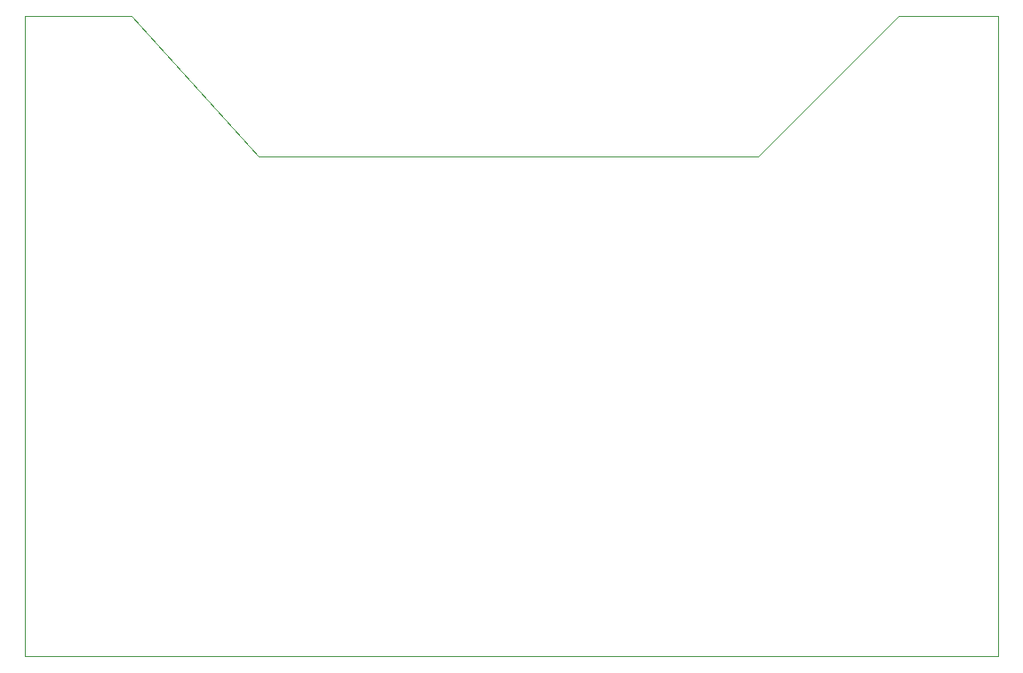
<source format=gm1>
G04 #@! TF.GenerationSoftware,KiCad,Pcbnew,(7.0.0)*
G04 #@! TF.CreationDate,2023-03-29T15:11:30-05:00*
G04 #@! TF.ProjectId,Phone_Audio_FM_Transmitter,50686f6e-655f-4417-9564-696f5f464d5f,2*
G04 #@! TF.SameCoordinates,Original*
G04 #@! TF.FileFunction,Profile,NP*
%FSLAX46Y46*%
G04 Gerber Fmt 4.6, Leading zero omitted, Abs format (unit mm)*
G04 Created by KiCad (PCBNEW (7.0.0)) date 2023-03-29 15:11:30*
%MOMM*%
%LPD*%
G01*
G04 APERTURE LIST*
G04 #@! TA.AperFunction,Profile*
%ADD10C,0.100000*%
G04 #@! TD*
G04 APERTURE END LIST*
D10*
X130810000Y-57785000D02*
X178435000Y-57785000D01*
X191770000Y-44450000D01*
X201295000Y-44450000D01*
X201295000Y-105410000D01*
X108585000Y-105410000D01*
X108585000Y-44450000D01*
X118745000Y-44450000D01*
X130810000Y-57785000D01*
M02*

</source>
